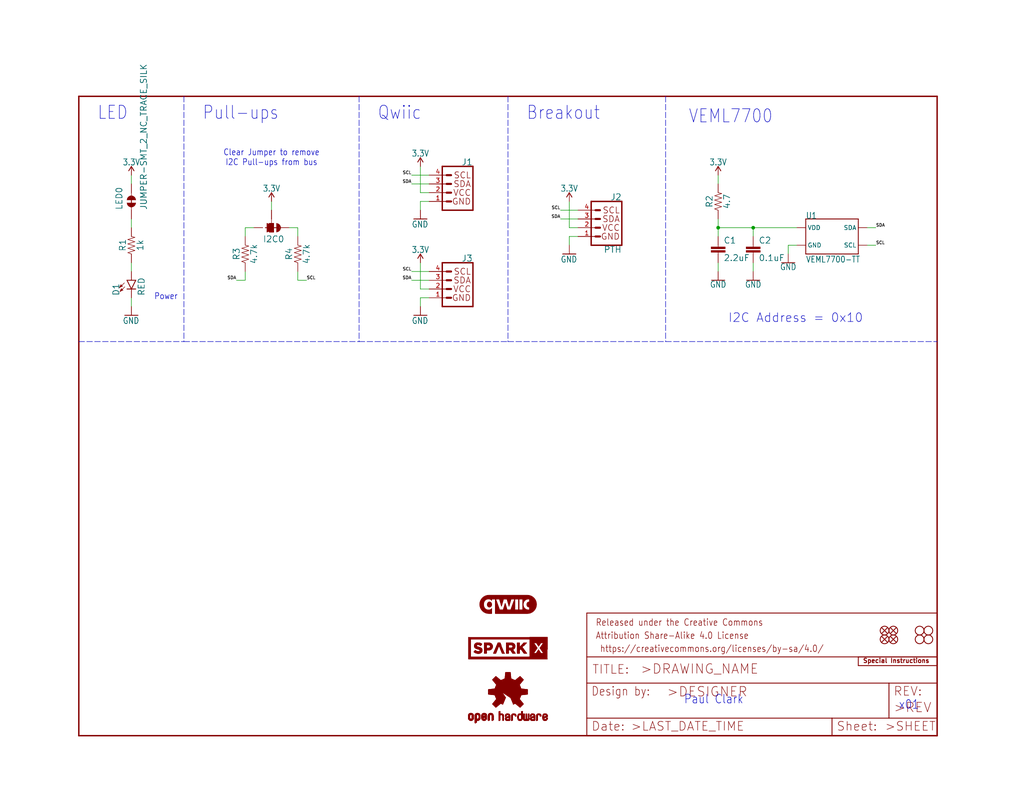
<source format=kicad_sch>
(kicad_sch (version 20211123) (generator eeschema)
  (paper "User" 297.002 233.172)
  (lib_symbols
    (symbol "eagleSchem-eagle-import:0.1UF-0402T-6.3V-10%-X7R"
      (property "Reference" "C" (at 1.524 2.921 0))
      (property "Value" "0.1UF-0402T-6.3V-10%-X7R" (at 1.524 -2.159 0))
      (symbol "0.1UF-0402T-6.3V-10%-X7R_1_0"
        (pin passive line (at 0 5.08 270) (length 2.54) (name "1") (number "1"))
        (pin passive line (at 0 -2.54 90) (length 2.54) (name "2") (number "2"))
      )
    )
    (symbol "eagleSchem-eagle-import:1KOHM-0402T-1{slash}16W-1%"
      (property "Reference" "R" (at 0 1.524 0))
      (property "Value" "1KOHM-0402T-1{slash}16W-1%" (at 0 -1.524 0))
      (symbol "1KOHM-0402T-1{slash}16W-1%_1_0"
        (pin passive line (at -5.08 0 0) (length 2.54) (name "1") (number "1"))
        (pin passive line (at 5.08 0 180) (length 2.54) (name "2") (number "2"))
      )
    )
    (symbol "eagleSchem-eagle-import:2.2UF-0402_TIGHT-10V-10%-X5R"
      (property "Reference" "C" (at 1.524 2.921 0))
      (property "Value" "2.2UF-0402_TIGHT-10V-10%-X5R" (at 1.524 -2.159 0))
      (symbol "2.2UF-0402_TIGHT-10V-10%-X5R_1_0"
        (pin passive line (at 0 5.08 270) (length 2.54) (name "1") (number "1"))
        (pin passive line (at 0 -2.54 90) (length 2.54) (name "2") (number "2"))
      )
    )
    (symbol "eagleSchem-eagle-import:3.3V" (power)
      (property "Value" "3.3V" (at 0 2.794 0))
      (symbol "3.3V_1_0"
        (pin power_in line (at 0 0 90) (length 2.54) (name "3.3V") (number "1"))
      )
    )
    (symbol "eagleSchem-eagle-import:4.7KOHM-0402T-1{slash}16W-1%"
      (property "Reference" "R" (at 0 1.524 0))
      (property "Value" "4.7KOHM-0402T-1{slash}16W-1%" (at 0 -1.524 0))
      (symbol "4.7KOHM-0402T-1{slash}16W-1%_1_0"
        (pin passive line (at -5.08 0 0) (length 2.54) (name "1") (number "1"))
        (pin passive line (at 5.08 0 180) (length 2.54) (name "2") (number "2"))
      )
    )
    (symbol "eagleSchem-eagle-import:4.7OHM-0402T-1{slash}16W-1%"
      (property "Reference" "R" (at 0 1.524 0))
      (property "Value" "4.7OHM-0402T-1{slash}16W-1%" (at 0 -1.524 0))
      (symbol "4.7OHM-0402T-1{slash}16W-1%_1_0"
        (pin passive line (at -5.08 0 0) (length 2.54) (name "1") (number "1"))
        (pin passive line (at 5.08 0 180) (length 2.54) (name "2") (number "2"))
      )
    )
    (symbol "eagleSchem-eagle-import:FIDUCIAL1X2")
    (symbol "eagleSchem-eagle-import:FRAME-LETTER"
      (symbol "FRAME-LETTER_2_0"
        (text " https://creativecommons.org/licenses/by-sa/4.0/" (at 2.54 24.13 0) (effects (font (size 1.9304 1.6408)) (justify left bottom)))
        (text ">DESIGNER" (at 23.114 11.176 0) (effects (font (size 2.7432 2.7432)) (justify left bottom)))
        (text ">DRAWING_NAME" (at 15.494 17.78 0) (effects (font (size 2.7432 2.7432)) (justify left bottom)))
        (text ">LAST_DATE_TIME" (at 12.7 1.27 0) (effects (font (size 2.54 2.54)) (justify left bottom)))
        (text ">REV" (at 88.9 6.604 0) (effects (font (size 2.7432 2.7432)) (justify left bottom)))
        (text ">SHEET" (at 86.36 1.27 0) (effects (font (size 2.54 2.54)) (justify left bottom)))
        (text "Attribution Share-Alike 4.0 License" (at 2.54 27.94 0) (effects (font (size 1.9304 1.6408)) (justify left bottom)))
        (text "Date:" (at 1.27 1.27 0) (effects (font (size 2.54 2.54)) (justify left bottom)))
        (text "Design by:" (at 1.27 11.43 0) (effects (font (size 2.54 2.159)) (justify left bottom)))
        (text "Released under the Creative Commons" (at 2.54 31.75 0) (effects (font (size 1.9304 1.6408)) (justify left bottom)))
        (text "REV:" (at 88.9 11.43 0) (effects (font (size 2.54 2.54)) (justify left bottom)))
        (text "Sheet:" (at 72.39 1.27 0) (effects (font (size 2.54 2.54)) (justify left bottom)))
        (text "TITLE:" (at 1.524 17.78 0) (effects (font (size 2.54 2.54)) (justify left bottom)))
      )
    )
    (symbol "eagleSchem-eagle-import:GND" (power)
      (property "Value" "GND" (at 0 -0.254 0))
      (symbol "GND_1_0"
        (pin power_in line (at 0 2.54 270) (length 2.54) (name "GND") (number "1"))
      )
    )
    (symbol "eagleSchem-eagle-import:I2C_STANDARDQWIIC"
      (property "Reference" "J" (at -5.08 7.874 0))
      (property "Value" "I2C_STANDARDQWIIC" (at -5.08 -5.334 0))
      (symbol "I2C_STANDARDQWIIC_1_0"
        (text "GND" (at -4.572 -2.54 0) (effects (font (size 1.778 1.778)) (justify left)))
        (text "SCL" (at -4.572 5.08 0) (effects (font (size 1.778 1.778)) (justify left)))
        (text "SDA" (at -4.572 2.54 0) (effects (font (size 1.778 1.778)) (justify left)))
        (text "VCC" (at -4.572 0 0) (effects (font (size 1.778 1.778)) (justify left)))
        (pin power_in line (at 7.62 -2.54 180) (length 5.08) (name "1") (number "1"))
        (pin power_in line (at 7.62 0 180) (length 5.08) (name "2") (number "2"))
        (pin passive line (at 7.62 2.54 180) (length 5.08) (name "3") (number "3"))
        (pin passive line (at 7.62 5.08 180) (length 5.08) (name "4") (number "4"))
      )
    )
    (symbol "eagleSchem-eagle-import:I2C_STANDARD_NO_SILK"
      (property "Reference" "J" (at -5.08 7.874 0))
      (property "Value" "I2C_STANDARD_NO_SILK" (at -5.08 -5.334 0))
      (symbol "I2C_STANDARD_NO_SILK_1_0"
        (text "GND" (at -4.572 -2.54 0) (effects (font (size 1.778 1.778)) (justify left)))
        (text "SCL" (at -4.572 5.08 0) (effects (font (size 1.778 1.778)) (justify left)))
        (text "SDA" (at -4.572 2.54 0) (effects (font (size 1.778 1.778)) (justify left)))
        (text "VCC" (at -4.572 0 0) (effects (font (size 1.778 1.778)) (justify left)))
        (pin power_in line (at 7.62 -2.54 180) (length 5.08) (name "1") (number "1"))
        (pin power_in line (at 7.62 0 180) (length 5.08) (name "2") (number "2"))
        (pin passive line (at 7.62 2.54 180) (length 5.08) (name "3") (number "3"))
        (pin passive line (at 7.62 5.08 180) (length 5.08) (name "4") (number "4"))
      )
    )
    (symbol "eagleSchem-eagle-import:JUMPER-SMT_2_NC_TRACE_SILK"
      (property "Reference" "JP" (at 0 3.048 0))
      (property "Value" "JUMPER-SMT_2_NC_TRACE_SILK" (at 0 -3.048 0))
      (symbol "JUMPER-SMT_2_NC_TRACE_SILK_1_0"
        (pin passive line (at -5.08 0 0) (length 2.54) (name "1") (number "1"))
        (pin passive line (at 5.08 0 180) (length 2.54) (name "2") (number "2"))
      )
    )
    (symbol "eagleSchem-eagle-import:JUMPER-SMT_3_2-NC_TRACE_SILK"
      (property "Reference" "JP" (at 6.096 1.524 0))
      (property "Value" "JUMPER-SMT_3_2-NC_TRACE_SILK" (at 6.858 -1.524 0))
      (symbol "JUMPER-SMT_3_2-NC_TRACE_SILK_1_0"
        (pin passive line (at 0 5.08 270) (length 2.54) (name "1") (number "1"))
        (pin passive line (at -5.08 0 0) (length 2.54) (name "2") (number "2"))
        (pin passive line (at 0 -5.08 90) (length 2.54) (name "3") (number "3"))
      )
    )
    (symbol "eagleSchem-eagle-import:LED-RED0603"
      (property "Reference" "D" (at -3.429 -4.572 90))
      (property "Value" "LED-RED0603" (at 1.905 -4.572 90))
      (symbol "LED-RED0603_1_0"
        (pin passive line (at 0 2.54 270) (length 2.54) (name "A") (number "A"))
        (pin passive line (at 0 -5.08 90) (length 2.54) (name "C") (number "C"))
      )
    )
    (symbol "eagleSchem-eagle-import:OSHW-LOGOMINI")
    (symbol "eagleSchem-eagle-import:QWIIC_LOGO_5MM")
    (symbol "eagleSchem-eagle-import:SPARKX-LOGO4")
    (symbol "eagleSchem-eagle-import:SPECIAL_INSTRUCTIONS-ORDERING"
      (symbol "SPECIAL_INSTRUCTIONS-ORDERING_1_0"
        (text "Special Instructions" (at 1.27 0.6985 0) (effects (font (size 1.27 1.27) (thickness 0.254) bold) (justify left bottom)))
      )
    )
    (symbol "eagleSchem-eagle-import:STAND-OFF")
    (symbol "eagleSchem-eagle-import:VEML7700-TT"
      (property "Value" "VEML7700-TT" (at -7.62 -7.62 0))
      (symbol "VEML7700-TT_1_0"
        (pin bidirectional line (at 10.16 -2.54 180) (length 2.54) (name "SCL") (number "1"))
        (pin power_in line (at -10.16 2.54 0) (length 2.54) (name "VDD") (number "2"))
        (pin power_in line (at -10.16 -2.54 0) (length 2.54) (name "GND") (number "3"))
        (pin bidirectional line (at 10.16 2.54 180) (length 2.54) (name "SDA") (number "4"))
      )
    )
  )
  (junction (at 208.28 66.04))
  (junction (at 218.44 66.04))
  (polyline (pts (xy 104.14 99.06) (xy 147.32 99.06)))
  (wire (pts (xy 38.1 53.34) (xy 38.1 50.8)))
  (wire (pts (xy 167.64 60.96) (xy 162.56 60.96)))
  (wire (pts (xy 228.6 71.12) (xy 228.6 73.66)))
  (wire (pts (xy 38.1 78.74) (xy 38.1 76.2)))
  (wire (pts (xy 167.64 68.58) (xy 165.1 68.58)))
  (wire (pts (xy 218.44 78.74) (xy 218.44 76.2)))
  (wire (pts (xy 208.28 63.5) (xy 208.28 66.04)))
  (polyline (pts (xy 22.86 99.06) (xy 53.34 99.06)))
  (wire (pts (xy 121.92 58.42) (xy 121.92 60.96)))
  (wire (pts (xy 71.12 81.28) (xy 68.58 81.28)))
  (wire (pts (xy 86.36 81.28) (xy 86.36 78.74)))
  (wire (pts (xy 121.92 83.82) (xy 121.92 76.2)))
  (wire (pts (xy 208.28 78.74) (xy 208.28 76.2)))
  (polyline (pts (xy 53.34 99.06) (xy 104.14 99.06)))
  (wire (pts (xy 124.46 58.42) (xy 121.92 58.42)))
  (wire (pts (xy 251.46 66.04) (xy 254 66.04)))
  (wire (pts (xy 218.44 68.58) (xy 218.44 66.04)))
  (wire (pts (xy 86.36 66.04) (xy 83.82 66.04)))
  (wire (pts (xy 121.92 55.88) (xy 121.92 48.26)))
  (wire (pts (xy 86.36 68.58) (xy 86.36 66.04)))
  (wire (pts (xy 165.1 66.04) (xy 165.1 58.42)))
  (wire (pts (xy 165.1 68.58) (xy 165.1 71.12)))
  (wire (pts (xy 124.46 81.28) (xy 119.38 81.28)))
  (polyline (pts (xy 193.04 27.94) (xy 193.04 99.06)))
  (wire (pts (xy 86.36 81.28) (xy 88.9 81.28)))
  (wire (pts (xy 121.92 86.36) (xy 121.92 88.9)))
  (polyline (pts (xy 104.14 27.94) (xy 104.14 99.06)))
  (wire (pts (xy 218.44 66.04) (xy 231.14 66.04)))
  (polyline (pts (xy 53.34 27.94) (xy 53.34 99.06)))
  (wire (pts (xy 251.46 71.12) (xy 254 71.12)))
  (polyline (pts (xy 147.32 99.06) (xy 193.04 99.06)))
  (wire (pts (xy 124.46 50.8) (xy 119.38 50.8)))
  (wire (pts (xy 167.64 63.5) (xy 162.56 63.5)))
  (polyline (pts (xy 193.04 99.06) (xy 271.78 99.06)))
  (wire (pts (xy 71.12 68.58) (xy 71.12 66.04)))
  (polyline (pts (xy 147.32 27.94) (xy 147.32 99.06)))
  (wire (pts (xy 71.12 66.04) (xy 73.66 66.04)))
  (wire (pts (xy 167.64 66.04) (xy 165.1 66.04)))
  (wire (pts (xy 124.46 55.88) (xy 121.92 55.88)))
  (wire (pts (xy 208.28 50.8) (xy 208.28 53.34)))
  (wire (pts (xy 124.46 86.36) (xy 121.92 86.36)))
  (wire (pts (xy 124.46 83.82) (xy 121.92 83.82)))
  (wire (pts (xy 71.12 81.28) (xy 71.12 78.74)))
  (wire (pts (xy 78.74 58.42) (xy 78.74 60.96)))
  (wire (pts (xy 124.46 53.34) (xy 119.38 53.34)))
  (wire (pts (xy 231.14 71.12) (xy 228.6 71.12)))
  (wire (pts (xy 124.46 78.74) (xy 119.38 78.74)))
  (wire (pts (xy 208.28 66.04) (xy 218.44 66.04)))
  (wire (pts (xy 208.28 68.58) (xy 208.28 66.04)))
  (wire (pts (xy 38.1 63.5) (xy 38.1 66.04)))
  (wire (pts (xy 38.1 88.9) (xy 38.1 86.36)))
  (text "Pull-ups" (at 58.674 35.052 180) (effects (font (size 3.81 3.2385)) (justify left bottom)))
  (text "Power" (at 44.704 87.122 180) (effects (font (size 1.778 1.5113)) (justify left bottom)))
  (text "Paul Clark" (at 207.01 202.946 180) (effects (font (size 2.54 2.159))))
  (text "VEML7700" (at 199.644 36.068 180) (effects (font (size 3.81 3.2385)) (justify left bottom)))
  (text "Clear Jumper to remove\nI2C Pull-ups from bus" (at 78.74 48.26 180) (effects (font (size 1.778 1.5113)) (justify bottom)))
  (text "Qwiic" (at 109.474 35.052 180) (effects (font (size 3.81 3.2385)) (justify left bottom)))
  (text "LED" (at 28.194 35.052 180) (effects (font (size 3.81 3.2385)) (justify left bottom)))
  (text "I2C Address = 0x10" (at 230.759 92.329 180) (effects (font (size 2.54 2.54))))
  (text "Breakout" (at 152.654 35.052 180) (effects (font (size 3.81 3.2385)) (justify left bottom)))
  (text "x01" (at 260.604 205.994 180) (effects (font (size 2.54 2.159)) (justify left bottom)))
  (label "SDA" (at 254 66.04 0) (effects (font (size 0.889 0.889))))
  (label "SCL" (at 119.38 50.8 180) (effects (font (size 0.889 0.889))))
  (label "SDA" (at 162.56 63.5 180) (effects (font (size 0.889 0.889))))
  (label "SDA" (at 119.38 53.34 180) (effects (font (size 0.889 0.889))))
  (label "SCL" (at 88.9 81.28 0) (effects (font (size 0.889 0.889))))
  (label "SCL" (at 162.56 60.96 180) (effects (font (size 0.889 0.889))))
  (label "SCL" (at 119.38 78.74 180) (effects (font (size 0.889 0.889))))
  (label "SDA" (at 119.38 81.28 180) (effects (font (size 0.889 0.889))))
  (label "SCL" (at 254 71.12 0) (effects (font (size 0.889 0.889))))
  (label "SDA" (at 68.58 81.28 180) (effects (font (size 0.889 0.889))))
  (symbol (lib_id "eagleSchem-eagle-import:STAND-OFF") (at 269.24 182.88 0) (unit 1)
    (property "Reference" "JP3" (effects hide))
    (property "Value" "STAND-OFF" (effects hide))
    (property "Footprint" "eagleSchem:STAND-OFF" (effects hide))
  )
  (symbol (lib_id "eagleSchem-eagle-import:1KOHM-0402T-1{slash}16W-1%") (at 38.1 71.12 90) (unit 1)
    (property "Reference" "R1" (at 36.576 71.12 0) (effects (font (size 1.778 1.778)) (justify bottom)))
    (property "Value" "1k" (at 39.624 71.12 0) (effects (font (size 1.778 1.778)) (justify top)))
    (property "Footprint" "eagleSchem:0402-TIGHT" (effects hide))
  )
  (symbol (lib_id "eagleSchem-eagle-import:SPARKX-LOGO4") (at 147.32 187.96 0) (unit 1)
    (property "Reference" "U$2" (effects hide))
    (property "Value" "SPARKX-LOGO4" (effects hide))
    (property "Footprint" "eagleSchem:SPARKX-MEDIUM" (effects hide))
  )
  (symbol (lib_id "eagleSchem-eagle-import:SPECIAL_INSTRUCTIONS-ORDERING") (at 248.92 193.04 0) (unit 1)
    (property "Reference" "LOGO2" (effects hide))
    (property "Value" "SPECIAL_INSTRUCTIONS-ORDERING" (effects hide))
    (property "Footprint" "eagleSchem:ORDERING_INSTRUCTIONS" (effects hide))
  )
  (symbol (lib_id "eagleSchem-eagle-import:FRAME-LETTER") (at 22.86 213.36 0) (unit 1)
    (property "Reference" "FRAME1" (effects hide))
    (property "Value" "FRAME-LETTER" (effects hide))
    (property "Footprint" "eagleSchem:CREATIVE_COMMONS" (effects hide))
  )
  (symbol (lib_id "eagleSchem-eagle-import:OSHW-LOGOMINI") (at 147.32 200.66 0) (unit 1)
    (property "Reference" "LOGO4" (effects hide))
    (property "Value" "OSHW-LOGOMINI" (effects hide))
    (property "Footprint" "eagleSchem:OSHW-LOGO-MINI" (effects hide))
  )
  (symbol (lib_id "eagleSchem-eagle-import:I2C_STANDARDQWIIC") (at 132.08 55.88 0) (mirror y) (unit 1)
    (property "Reference" "J1" (at 137.16 48.006 0) (effects (font (size 1.778 1.778)) (justify left bottom)))
    (property "Value" "Qwiic Right Angle" (effects hide))
    (property "Footprint" "eagleSchem:JST04_1MM_RA" (effects hide))
  )
  (symbol (lib_id "eagleSchem-eagle-import:3.3V") (at 165.1 58.42 0) (unit 1)
    (property "Reference" "#SUPPLY7" (effects hide))
    (property "Value" "3.3V" (at 165.1 55.626 0) (effects (font (size 1.778 1.5113)) (justify bottom)))
    (property "Footprint" "eagleSchem:" (effects hide))
  )
  (symbol (lib_id "eagleSchem-eagle-import:3.3V") (at 121.92 48.26 0) (unit 1)
    (property "Reference" "#SUPPLY4" (effects hide))
    (property "Value" "3.3V" (at 121.92 45.466 0) (effects (font (size 1.778 1.5113)) (justify bottom)))
    (property "Footprint" "eagleSchem:" (effects hide))
  )
  (symbol (lib_id "eagleSchem-eagle-import:GND") (at 218.44 81.28 0) (unit 1)
    (property "Reference" "#GND9" (effects hide))
    (property "Value" "GND" (at 218.44 81.534 0) (effects (font (size 1.778 1.5113)) (justify top)))
    (property "Footprint" "eagleSchem:" (effects hide))
  )
  (symbol (lib_id "eagleSchem-eagle-import:GND") (at 208.28 81.28 0) (unit 1)
    (property "Reference" "#GND1" (effects hide))
    (property "Value" "GND" (at 208.28 81.534 0) (effects (font (size 1.778 1.5113)) (justify top)))
    (property "Footprint" "eagleSchem:" (effects hide))
  )
  (symbol (lib_id "eagleSchem-eagle-import:FIDUCIAL1X2") (at 256.54 185.42 0) (unit 1)
    (property "Reference" "JP5" (effects hide))
    (property "Value" "FIDUCIAL1X2" (effects hide))
    (property "Footprint" "eagleSchem:FIDUCIAL-1X2" (effects hide))
  )
  (symbol (lib_id "eagleSchem-eagle-import:OSHW-LOGOMINI") (at 147.32 200.66 0) (unit 1)
    (property "Reference" "LOGO1" (effects hide))
    (property "Value" "OSHW-LOGOMINI" (effects hide))
    (property "Footprint" "eagleSchem:OSHW-LOGO-MINI" (effects hide))
  )
  (symbol (lib_id "eagleSchem-eagle-import:VEML7700-TT") (at 241.3 68.58 0) (unit 1)
    (property "Reference" "U1" (at 233.68 63.5 0) (effects (font (size 1.778 1.5113)) (justify left bottom)))
    (property "Value" "VEML7700-TT" (at 233.68 76.2 0) (effects (font (size 1.778 1.5113)) (justify left bottom)))
    (property "Footprint" "eagleSchem:VEML7700_TT" (effects hide))
  )
  (symbol (lib_id "eagleSchem-eagle-import:3.3V") (at 38.1 50.8 0) (unit 1)
    (property "Reference" "#SUPPLY10" (effects hide))
    (property "Value" "3.3V" (at 38.1 48.006 0) (effects (font (size 1.778 1.5113)) (justify bottom)))
    (property "Footprint" "eagleSchem:" (effects hide))
  )
  (symbol (lib_id "eagleSchem-eagle-import:STAND-OFF") (at 266.7 182.88 0) (unit 1)
    (property "Reference" "JP7" (effects hide))
    (property "Value" "STAND-OFF" (effects hide))
    (property "Footprint" "eagleSchem:STAND-OFF" (effects hide))
  )
  (symbol (lib_id "eagleSchem-eagle-import:JUMPER-SMT_3_2-NC_TRACE_SILK") (at 78.74 66.04 270) (unit 1)
    (property "Reference" "I2C0" (at 76.2 70.358 90) (effects (font (size 1.778 1.778)) (justify left bottom)))
    (property "Value" "JUMPER-SMT_3_2-NC_TRACE_SILK" (effects hide))
    (property "Footprint" "eagleSchem:SMT-JUMPER_3_2-NC_TRACE_SILK" (effects hide))
  )
  (symbol (lib_id "eagleSchem-eagle-import:3.3V") (at 78.74 58.42 0) (unit 1)
    (property "Reference" "#SUPPLY1" (effects hide))
    (property "Value" "3.3V" (at 78.74 55.626 0) (effects (font (size 1.778 1.5113)) (justify bottom)))
    (property "Footprint" "eagleSchem:" (effects hide))
  )
  (symbol (lib_id "eagleSchem-eagle-import:SPARKX-LOGO4") (at 147.32 187.96 0) (unit 1)
    (property "Reference" "U$21" (effects hide))
    (property "Value" "SPARKX-LOGO4" (effects hide))
    (property "Footprint" "eagleSchem:SPARKX-MEDIUM" (effects hide))
  )
  (symbol (lib_id "eagleSchem-eagle-import:4.7KOHM-0402T-1{slash}16W-1%") (at 86.36 73.66 90) (unit 1)
    (property "Reference" "R4" (at 84.836 73.66 0) (effects (font (size 1.778 1.778)) (justify bottom)))
    (property "Value" "4.7k" (at 87.884 73.66 0) (effects (font (size 1.778 1.778)) (justify top)))
    (property "Footprint" "eagleSchem:0402-TIGHT" (effects hide))
  )
  (symbol (lib_id "eagleSchem-eagle-import:STAND-OFF") (at 269.24 185.42 0) (unit 1)
    (property "Reference" "JP4" (effects hide))
    (property "Value" "STAND-OFF" (effects hide))
    (property "Footprint" "eagleSchem:STAND-OFF" (effects hide))
  )
  (symbol (lib_id "eagleSchem-eagle-import:4.7KOHM-0402T-1{slash}16W-1%") (at 71.12 73.66 90) (unit 1)
    (property "Reference" "R3" (at 69.596 73.66 0) (effects (font (size 1.778 1.778)) (justify bottom)))
    (property "Value" "4.7k" (at 72.644 73.66 0) (effects (font (size 1.778 1.778)) (justify top)))
    (property "Footprint" "eagleSchem:0402-TIGHT" (effects hide))
  )
  (symbol (lib_id "eagleSchem-eagle-import:FIDUCIAL1X2") (at 259.08 182.88 0) (unit 1)
    (property "Reference" "JP6" (effects hide))
    (property "Value" "FIDUCIAL1X2" (effects hide))
    (property "Footprint" "eagleSchem:FIDUCIAL-1X2" (effects hide))
  )
  (symbol (lib_id "eagleSchem-eagle-import:GND") (at 38.1 91.44 0) (unit 1)
    (property "Reference" "#GND3" (effects hide))
    (property "Value" "GND" (at 35.56 93.98 0) (effects (font (size 1.778 1.5113)) (justify left bottom)))
    (property "Footprint" "eagleSchem:" (effects hide))
  )
  (symbol (lib_id "eagleSchem-eagle-import:2.2UF-0402_TIGHT-10V-10%-X5R") (at 208.28 73.66 0) (unit 1)
    (property "Reference" "C1" (at 209.804 70.739 0) (effects (font (size 1.778 1.778)) (justify left bottom)))
    (property "Value" "2.2uF" (at 209.804 75.819 0) (effects (font (size 1.778 1.778)) (justify left bottom)))
    (property "Footprint" "eagleSchem:0402-TIGHT" (effects hide))
  )
  (symbol (lib_id "eagleSchem-eagle-import:QWIIC_LOGO_5MM") (at 147.32 175.26 0) (unit 1)
    (property "Reference" "LOGO3" (effects hide))
    (property "Value" "QWIIC_LOGO_5MM" (effects hide))
    (property "Footprint" "eagleSchem:QWIIC_5MM" (effects hide))
  )
  (symbol (lib_id "eagleSchem-eagle-import:FIDUCIAL1X2") (at 259.08 185.42 0) (unit 1)
    (property "Reference" "JP1" (effects hide))
    (property "Value" "FIDUCIAL1X2" (effects hide))
    (property "Footprint" "eagleSchem:FIDUCIAL-1X2" (effects hide))
  )
  (symbol (lib_id "eagleSchem-eagle-import:0.1UF-0402T-6.3V-10%-X7R") (at 218.44 73.66 0) (unit 1)
    (property "Reference" "C2" (at 219.964 70.739 0) (effects (font (size 1.778 1.778)) (justify left bottom)))
    (property "Value" "0.1uF" (at 219.964 75.819 0) (effects (font (size 1.778 1.778)) (justify left bottom)))
    (property "Footprint" "eagleSchem:0402-TIGHT" (effects hide))
  )
  (symbol (lib_id "eagleSchem-eagle-import:LED-RED0603") (at 38.1 81.28 0) (unit 1)
    (property "Reference" "D1" (at 34.671 85.852 90) (effects (font (size 1.778 1.778)) (justify left bottom)))
    (property "Value" "RED" (at 40.005 85.852 90) (effects (font (size 1.778 1.778)) (justify left top)))
    (property "Footprint" "eagleSchem:LED-0603" (effects hide))
  )
  (symbol (lib_id "eagleSchem-eagle-import:GND") (at 121.92 91.44 0) (unit 1)
    (property "Reference" "#GND8" (effects hide))
    (property "Value" "GND" (at 119.38 93.98 0) (effects (font (size 1.778 1.5113)) (justify left bottom)))
    (property "Footprint" "eagleSchem:" (effects hide))
  )
  (symbol (lib_id "eagleSchem-eagle-import:JUMPER-SMT_2_NC_TRACE_SILK") (at 38.1 58.42 90) (unit 1)
    (property "Reference" "LED0" (at 35.56 60.96 0) (effects (font (size 1.778 1.778)) (justify left bottom)))
    (property "Value" "JUMPER-SMT_2_NC_TRACE_SILK" (at 40.64 60.96 0) (effects (font (size 1.778 1.778)) (justify left top)))
    (property "Footprint" "eagleSchem:SMT-JUMPER_2_NC_TRACE_SILK" (effects hide))
  )
  (symbol (lib_id "eagleSchem-eagle-import:STAND-OFF") (at 266.7 185.42 0) (unit 1)
    (property "Reference" "JP8" (effects hide))
    (property "Value" "STAND-OFF" (effects hide))
    (property "Footprint" "eagleSchem:STAND-OFF" (effects hide))
  )
  (symbol (lib_id "eagleSchem-eagle-import:3.3V") (at 121.92 76.2 0) (unit 1)
    (property "Reference" "#SUPPLY3" (effects hide))
    (property "Value" "3.3V" (at 121.92 73.406 0) (effects (font (size 1.778 1.5113)) (justify bottom)))
    (property "Footprint" "eagleSchem:" (effects hide))
  )
  (symbol (lib_id "eagleSchem-eagle-import:GND") (at 228.6 76.2 0) (unit 1)
    (property "Reference" "#GND10" (effects hide))
    (property "Value" "GND" (at 228.6 76.454 0) (effects (font (size 1.778 1.5113)) (justify top)))
    (property "Footprint" "eagleSchem:" (effects hide))
  )
  (symbol (lib_id "eagleSchem-eagle-import:I2C_STANDARD_NO_SILK") (at 175.26 66.04 0) (mirror y) (unit 1)
    (property "Reference" "J2" (at 180.34 58.166 0) (effects (font (size 1.778 1.778)) (justify left bottom)))
    (property "Value" "PTH" (at 180.34 71.374 0) (effects (font (size 1.778 1.778)) (justify left top)))
    (property "Footprint" "eagleSchem:1X04_NO_SILK" (effects hide))
  )
  (symbol (lib_id "eagleSchem-eagle-import:GND") (at 121.92 63.5 0) (unit 1)
    (property "Reference" "#GND6" (effects hide))
    (property "Value" "GND" (at 119.38 66.04 0) (effects (font (size 1.778 1.5113)) (justify left bottom)))
    (property "Footprint" "eagleSchem:" (effects hide))
  )
  (symbol (lib_id "eagleSchem-eagle-import:I2C_STANDARDQWIIC") (at 132.08 83.82 0) (mirror y) (unit 1)
    (property "Reference" "J3" (at 137.16 75.946 0) (effects (font (size 1.778 1.778)) (justify left bottom)))
    (property "Value" "Qwiic Right Angle" (effects hide))
    (property "Footprint" "eagleSchem:JST04_1MM_RA" (effects hide))
  )
  (symbol (lib_id "eagleSchem-eagle-import:GND") (at 165.1 73.66 0) (unit 1)
    (property "Reference" "#GND7" (effects hide))
    (property "Value" "GND" (at 162.56 76.2 0) (effects (font (size 1.778 1.5113)) (justify left bottom)))
    (property "Footprint" "eagleSchem:" (effects hide))
  )
  (symbol (lib_id "eagleSchem-eagle-import:FIDUCIAL1X2") (at 256.54 182.88 0) (unit 1)
    (property "Reference" "JP2" (effects hide))
    (property "Value" "FIDUCIAL1X2" (effects hide))
    (property "Footprint" "eagleSchem:FIDUCIAL-1X2" (effects hide))
  )
  (symbol (lib_id "eagleSchem-eagle-import:3.3V") (at 208.28 50.8 0) (unit 1)
    (property "Reference" "#SUPPLY2" (effects hide))
    (property "Value" "3.3V" (at 208.28 48.006 0) (effects (font (size 1.778 1.5113)) (justify bottom)))
    (property "Footprint" "eagleSchem:" (effects hide))
  )
  (symbol (lib_id "eagleSchem-eagle-import:4.7OHM-0402T-1{slash}16W-1%") (at 208.28 58.42 90) (unit 1)
    (property "Reference" "R2" (at 206.756 58.42 0) (effects (font (size 1.778 1.778)) (justify bottom)))
    (property "Value" "4.7" (at 209.804 58.42 0) (effects (font (size 1.778 1.778)) (justify top)))
    (property "Footprint" "eagleSchem:0402-TIGHT" (effects hide))
  )
  (symbol (lib_id "eagleSchem-eagle-import:FRAME-LETTER") (at 170.18 213.36 0) (unit 2)
    (property "Reference" "FRAME1" (effects hide))
    (property "Value" "FRAME-LETTER" (effects hide))
    (property "Footprint" "eagleSchem:CREATIVE_COMMONS" (effects hide))
  )
)
</source>
